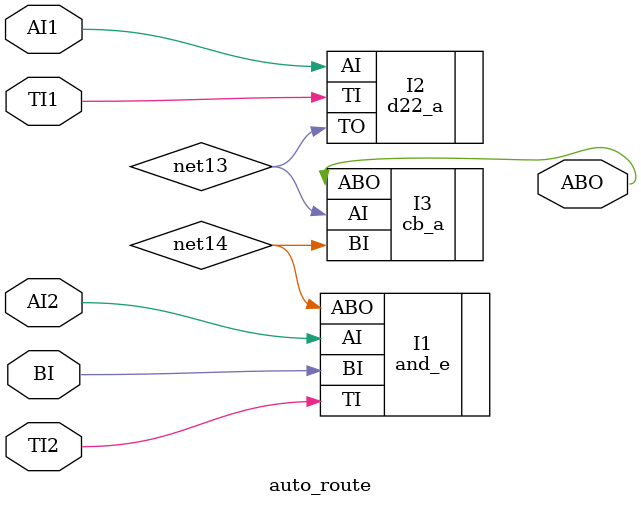
<source format=v>

`timescale 1ns / 1ns 

module auto_route ( ABO, AI1, AI2, BI, TI1, TI2 );

output  ABO;

input  AI1, AI2, BI, TI1, TI2;


specify 
    specparam CDS_LIBNAME  = "ysc_layout";
    specparam CDS_CELLNAME = "auto_route";
    specparam CDS_VIEWNAME = "schematic";
endspecify

and_e I1 ( .BI(BI), .ABO(net14), .TI(TI2),
     .AI(AI2));
cb_a I3 ( .ABO(ABO), .BI(net14), .AI(net13));
d22_a I2 ( .TO(net13), .TI(TI1), .AI(AI1));

endmodule
</source>
